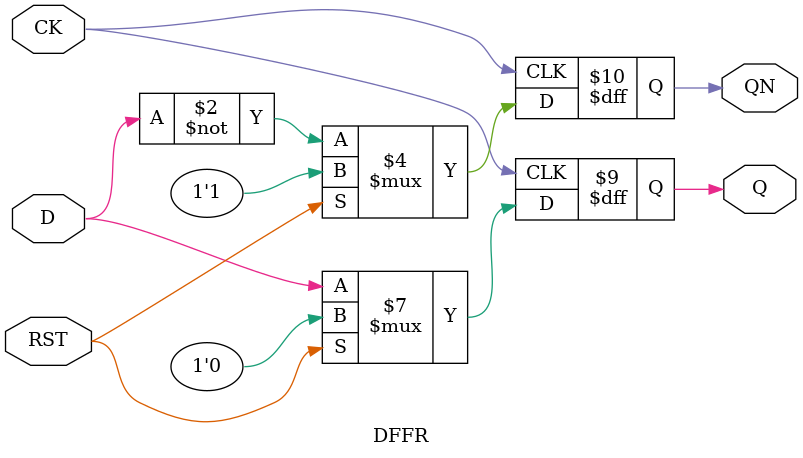
<source format=v>
module DFFR(RST,
            CK,
            D,
            Q,
						QN);
//----- GLOBAL PORTS -----
input [0:0] RST;
//----- GLOBAL PORTS -----
input [0:0] CK;
//----- INPUT PORTS -----
input [0:0] D;
//----- OUTPUT PORTS -----
output reg [0:0] Q;
output reg [0:0] QN;

//----- BEGIN wire-connection ports -----
//----- END wire-connection ports -----


//----- BEGIN Registered ports -----
//----- END Registered ports -----

// ----- Internal logic should start here -----
always @(posedge CK) begin
  if(RST) begin
    Q <= 1'b0;
    QN <= 1'b1;
  end else begin
    Q <= D;
    QN <= ~D;
  end
end

// ----- Internal logic should end here -----
endmodule

</source>
